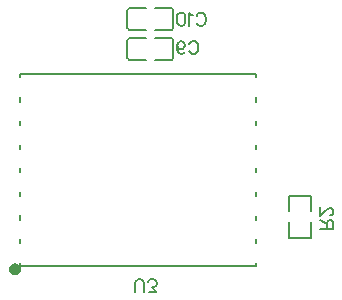
<source format=gbo>
G04 Layer: BottomSilkscreenLayer*
G04 EasyEDA v6.5.34, 2023-08-28 15:47:16*
G04 21288944027841e8b89c4b54c2095ba1,7e63b50fb6014f29bd7207b67e5f40bc,10*
G04 Gerber Generator version 0.2*
G04 Scale: 100 percent, Rotated: No, Reflected: No *
G04 Dimensions in millimeters *
G04 leading zeros omitted , absolute positions ,4 integer and 5 decimal *
%FSLAX45Y45*%
%MOMM*%

%ADD10C,0.1524*%
%ADD11C,0.2032*%

%LPD*%
D10*
X2870713Y3720114D02*
G01*
X2876047Y3730528D01*
X2886461Y3740942D01*
X2896621Y3746022D01*
X2917449Y3746022D01*
X2927863Y3740942D01*
X2938277Y3730528D01*
X2943611Y3720114D01*
X2948691Y3704366D01*
X2948691Y3678458D01*
X2943611Y3662964D01*
X2938277Y3652550D01*
X2927863Y3642136D01*
X2917449Y3637056D01*
X2896621Y3637056D01*
X2886461Y3642136D01*
X2876047Y3652550D01*
X2870713Y3662964D01*
X2768859Y3709700D02*
G01*
X2774193Y3694206D01*
X2784607Y3683792D01*
X2800101Y3678458D01*
X2805181Y3678458D01*
X2820929Y3683792D01*
X2831343Y3694206D01*
X2836423Y3709700D01*
X2836423Y3714780D01*
X2831343Y3730528D01*
X2820929Y3740942D01*
X2805181Y3746022D01*
X2800101Y3746022D01*
X2784607Y3740942D01*
X2774193Y3730528D01*
X2768859Y3709700D01*
X2768859Y3683792D01*
X2774193Y3657630D01*
X2784607Y3642136D01*
X2800101Y3637056D01*
X2810515Y3637056D01*
X2826009Y3642136D01*
X2831343Y3652550D01*
X2934210Y3961414D02*
G01*
X2939544Y3971828D01*
X2949958Y3982242D01*
X2960118Y3987322D01*
X2980946Y3987322D01*
X2991360Y3982242D01*
X3001774Y3971828D01*
X3007108Y3961414D01*
X3012188Y3945666D01*
X3012188Y3919758D01*
X3007108Y3904264D01*
X3001774Y3893850D01*
X2991360Y3883436D01*
X2980946Y3878356D01*
X2960118Y3878356D01*
X2949958Y3883436D01*
X2939544Y3893850D01*
X2934210Y3904264D01*
X2899920Y3966494D02*
G01*
X2889506Y3971828D01*
X2874012Y3987322D01*
X2874012Y3878356D01*
X2808480Y3987322D02*
G01*
X2824228Y3982242D01*
X2834388Y3966494D01*
X2839722Y3940586D01*
X2839722Y3925092D01*
X2834388Y3898930D01*
X2824228Y3883436D01*
X2808480Y3878356D01*
X2798066Y3878356D01*
X2782572Y3883436D01*
X2772158Y3898930D01*
X2767078Y3925092D01*
X2767078Y3940586D01*
X2772158Y3966494D01*
X2782572Y3982242D01*
X2798066Y3987322D01*
X2808480Y3987322D01*
X2415296Y1623077D02*
G01*
X2415296Y1701055D01*
X2420376Y1716549D01*
X2430790Y1726963D01*
X2446538Y1732043D01*
X2456952Y1732043D01*
X2472446Y1726963D01*
X2482860Y1716549D01*
X2487940Y1701055D01*
X2487940Y1623077D01*
X2532644Y1623077D02*
G01*
X2589794Y1623077D01*
X2558806Y1664733D01*
X2574300Y1664733D01*
X2584714Y1669813D01*
X2589794Y1674893D01*
X2595128Y1690641D01*
X2595128Y1701055D01*
X2589794Y1716549D01*
X2579380Y1726963D01*
X2563886Y1732043D01*
X2548392Y1732043D01*
X2532644Y1726963D01*
X2527564Y1721883D01*
X2522230Y1711469D01*
X4090413Y2158395D02*
G01*
X3981447Y2158395D01*
X4090413Y2158395D02*
G01*
X4090413Y2205131D01*
X4085333Y2220625D01*
X4079999Y2225959D01*
X4069585Y2231039D01*
X4059171Y2231039D01*
X4048757Y2225959D01*
X4043677Y2220625D01*
X4038597Y2205131D01*
X4038597Y2158395D01*
X4038597Y2194717D02*
G01*
X3981447Y2231039D01*
X4064505Y2270663D02*
G01*
X4069585Y2270663D01*
X4079999Y2275743D01*
X4085333Y2281077D01*
X4090413Y2291491D01*
X4090413Y2312065D01*
X4085333Y2322479D01*
X4079999Y2327813D01*
X4069585Y2332893D01*
X4059171Y2332893D01*
X4048757Y2327813D01*
X4033263Y2317399D01*
X3981447Y2265329D01*
X3981447Y2338227D01*
G36*
X1394002Y1865375D02*
G01*
X1387703Y1864614D01*
X1381506Y1862988D01*
X1375562Y1860651D01*
X1369974Y1857603D01*
X1364843Y1853844D01*
X1360170Y1849475D01*
X1356106Y1844548D01*
X1352702Y1839163D01*
X1349959Y1833372D01*
X1347978Y1827326D01*
X1346809Y1821078D01*
X1346403Y1814677D01*
X1346809Y1808327D01*
X1347978Y1802079D01*
X1349959Y1795983D01*
X1352702Y1790192D01*
X1356106Y1784807D01*
X1360170Y1779930D01*
X1364843Y1775561D01*
X1369974Y1771802D01*
X1375562Y1768703D01*
X1381506Y1766366D01*
X1387703Y1764792D01*
X1394002Y1763979D01*
X1400403Y1763979D01*
X1406702Y1764792D01*
X1412900Y1766366D01*
X1418844Y1768703D01*
X1424432Y1771802D01*
X1429562Y1775561D01*
X1434236Y1779930D01*
X1438300Y1784807D01*
X1441704Y1790192D01*
X1444447Y1795983D01*
X1446428Y1802079D01*
X1447596Y1808327D01*
X1448003Y1814677D01*
X1447596Y1821078D01*
X1446428Y1827326D01*
X1444447Y1833372D01*
X1441704Y1839163D01*
X1438300Y1844548D01*
X1434236Y1849475D01*
X1429562Y1853844D01*
X1424432Y1857603D01*
X1418844Y1860651D01*
X1412900Y1862988D01*
X1406702Y1864614D01*
X1400403Y1865375D01*
G37*
X2361171Y3771846D02*
G01*
X2502171Y3771846D01*
X2502171Y3591125D02*
G01*
X2361171Y3591125D01*
X2345931Y3606365D02*
G01*
X2345931Y3756606D01*
X2723410Y3771846D02*
G01*
X2582410Y3771846D01*
X2582410Y3591125D02*
G01*
X2723410Y3591125D01*
X2738650Y3606365D02*
G01*
X2738650Y3756606D01*
X2361171Y4025846D02*
G01*
X2502171Y4025846D01*
X2502171Y3845125D02*
G01*
X2361171Y3845125D01*
X2345931Y3860365D02*
G01*
X2345931Y4010606D01*
X2723410Y4025846D02*
G01*
X2582410Y4025846D01*
X2582410Y3845125D02*
G01*
X2723410Y3845125D01*
X2738650Y3860365D02*
G01*
X2738650Y4010606D01*
D11*
X1443009Y1865292D02*
G01*
X1443009Y1840095D01*
X3438382Y1840095D01*
X3438382Y1865292D01*
X3438382Y3440295D02*
G01*
X3438382Y3465492D01*
X1443009Y3465492D01*
X1443009Y3440295D01*
X1443009Y2071133D02*
G01*
X1443009Y2035573D01*
X1443009Y2271133D02*
G01*
X1443009Y2235573D01*
X1443009Y2471132D02*
G01*
X1443009Y2435572D01*
X1443009Y2671132D02*
G01*
X1443009Y2635572D01*
X1443009Y2871132D02*
G01*
X1443009Y2835572D01*
X1443009Y3071131D02*
G01*
X1443009Y3035571D01*
X1443009Y3271131D02*
G01*
X1443009Y3235571D01*
X3438382Y3234453D02*
G01*
X3438382Y3270013D01*
X3438382Y3034454D02*
G01*
X3438382Y3070014D01*
X3438382Y2834454D02*
G01*
X3438382Y2870014D01*
X3438382Y2634454D02*
G01*
X3438382Y2670014D01*
X3438382Y2434455D02*
G01*
X3438382Y2470015D01*
X3438382Y2234455D02*
G01*
X3438382Y2270015D01*
X3438382Y2034456D02*
G01*
X3438382Y2070016D01*
D10*
X3718283Y2307615D02*
G01*
X3718283Y2436108D01*
X3901701Y2436108D01*
X3901701Y2307615D01*
X3718283Y2212375D02*
G01*
X3718283Y2083882D01*
X3901701Y2083882D01*
X3901701Y2212375D01*
G75*
G01*
X2361171Y3591126D02*
G02*
X2345931Y3606366I0J15240D01*
G75*
G01*
X2345931Y3756607D02*
G02*
X2361171Y3771847I15240J0D01*
G75*
G01*
X2723411Y3591126D02*
G03*
X2738651Y3606366I0J15240D01*
G75*
G01*
X2738651Y3756607D02*
G03*
X2723411Y3771847I-15240J0D01*
G75*
G01*
X2361171Y3845126D02*
G02*
X2345931Y3860366I0J15240D01*
G75*
G01*
X2345931Y4010607D02*
G02*
X2361171Y4025847I15240J0D01*
G75*
G01*
X2723411Y3845126D02*
G03*
X2738651Y3860366I0J15240D01*
G75*
G01*
X2738651Y4010607D02*
G03*
X2723411Y4025847I-15240J0D01*
M02*

</source>
